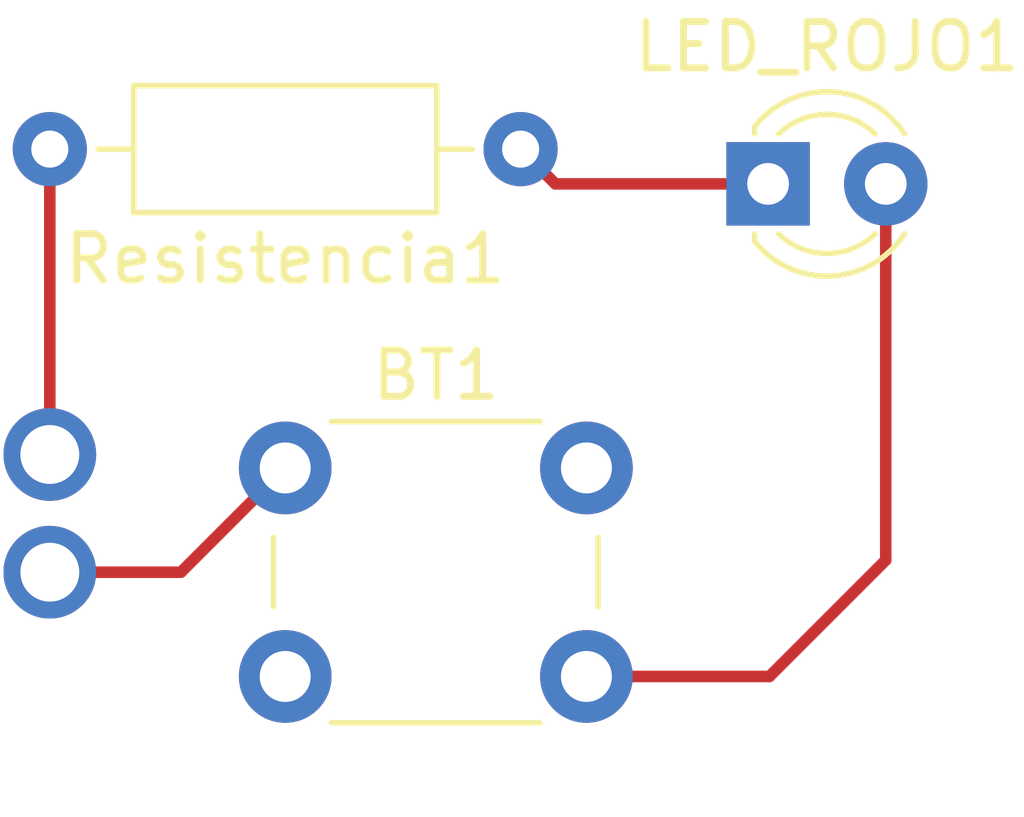
<source format=kicad_pcb>
(kicad_pcb (version 20211014) (generator pcbnew)
  (layers (0 "F.Cu" signal) (31 "B.Cu" signal) (34 "B.Paste" user) (35 "F.Paste" user) (36 "B.SilkS" user "B.Silkscreen") (37 "F.SilkS" user "F.Silkscreen") (38 "B.Mask" user) (39 "F.Mask" user) (44 "Edge.Cuts" user))
  (net 0 "")
  (net 1 "+5V")
  (net 2 "Net-(BT1-Pad2)")
  (net 3 "Net-(Resistencia1-Pad1)")
  (net 4 "GND")
  (footprint "Resistor_THT:R_Axial_DIN0207_L6.3mm_D2.5mm_P10.16mm_Horizontal" (layer "F.Cu") (at 147.32 89.93 180)
    (fp_text reference "Resistencia1" (at 5.08 -2.37) (layer "F.SilkS"))
    (fp_text value "220")
    (fp_line (start 1.81 1.37) (end 8.35 1.37) (layer "F.SilkS") (width 0.12))
    (fp_line (start 8.35 1.37) (end 8.35 -1.37) (layer "F.SilkS") (width 0.12))
    (fp_line (start 1.81 -1.37) (end 1.81 1.37) (layer "F.SilkS") (width 0.12))
    (fp_line (start 1.04 0) (end 1.81 0) (layer "F.SilkS") (width 0.12))
    (fp_line (start 9.12 0) (end 8.35 0) (layer "F.SilkS") (width 0.12))
    (fp_line (start 8.35 -1.37) (end 1.81 -1.37) (layer "F.SilkS") (width 0.12))
    (pad "1" thru_hole circle (at 0 0 180) (size 1.6 1.6) (drill 0.8) (layers *.Cu *.Mask) (net 3 "Net-(Resistencia1-Pad1)"))
    (pad "2" thru_hole oval (at 10.16 0 180) (size 1.6 1.6) (drill 0.8) (layers *.Cu *.Mask) (net 4 "GND"))
  )
  (footprint "LED_THT:LED_D3.0mm_FlatTop" (layer "F.Cu") (at 152.66 90.68)
    (fp_text reference "LED_ROJO1" (at 1.27 -2.96) (layer "F.SilkS"))
    (fp_text value "3v")
    (fp_line (start -0.29 1.08) (end -0.29 1.236) (layer "F.SilkS") (width 0.12))
    (fp_line (start -0.29 -1.236) (end -0.29 -1.08) (layer "F.SilkS") (width 0.12))
    (fp_arc (start 2.942335 1.078608) (mid 1.366487 1.987659) (end -0.29 1.235516) (layer "F.SilkS") (width 0.12))
    (fp_arc (start -0.29 -1.235516) (mid 1.366487 -1.987659) (end 2.942335 -1.078608) (layer "F.SilkS") (width 0.12))
    (fp_arc (start 2.31113 1.079837) (mid 1.270117 1.5) (end 0.229039 1.08) (layer "F.SilkS") (width 0.12))
    (fp_arc (start 0.229039 -1.08) (mid 1.270117 -1.5) (end 2.31113 -1.079837) (layer "F.SilkS") (width 0.12))
    (pad "1" thru_hole rect (at 0 0) (size 1.8 1.8) (drill 0.9) (layers *.Cu *.Mask) (net 3 "Net-(Resistencia1-Pad1)"))
    (pad "2" thru_hole circle (at 2.54 0) (size 1.8 1.8) (drill 0.9) (layers *.Cu *.Mask) (net 2 "Net-(BT1-Pad2)"))
  )
  (footprint "Button_Switch_THT:SW_PUSH_6mm" (layer "F.Cu") (at 142.24 96.81)
    (fp_text reference "BT1" (at 3.25 -2) (layer "F.SilkS"))
    (fp_text value "ON/OFF")
    (fp_line (start 1 5.5) (end 5.5 5.5) (layer "F.SilkS") (width 0.12))
    (fp_line (start 6.75 3) (end 6.75 1.5) (layer "F.SilkS") (width 0.12))
    (fp_line (start -0.25 1.5) (end -0.25 3) (layer "F.SilkS") (width 0.12))
    (fp_line (start 5.5 -1) (end 1 -1) (layer "F.SilkS") (width 0.12))
    (pad "1" thru_hole circle (at 0 0 90) (size 2 2) (drill 1.1) (layers *.Cu *.Mask) (net 1 "+5V"))
    (pad "1" thru_hole circle (at 6.5 0 90) (size 2 2) (drill 1.1) (layers *.Cu *.Mask) (net 1 "+5V"))
    (pad "2" thru_hole circle (at 6.5 4.5 90) (size 2 2) (drill 1.1) (layers *.Cu *.Mask) (net 2 "Net-(BT1-Pad2)"))
    (pad "2" thru_hole circle (at 0 4.5 90) (size 2 2) (drill 1.1) (layers *.Cu *.Mask) (net 2 "Net-(BT1-Pad2)"))
  )
  (segment (start 139.99 99.06) (end 142.24 96.81) (width 0.25) (layer "F.Cu") (net 1))
  (segment (start 137.16 99.06) (end 139.99 99.06) (width 0.25) (layer "F.Cu") (net 1))
  (via (at 137.16 99.06) (size 2) (drill 1.27) (layers "F.Cu" "B.Cu") (net 1))
  (segment (start 148.74 101.31) (end 152.69 101.31) (width 0.25) (layer "F.Cu") (net 2))
  (segment (start 152.69 101.31) (end 155.2 98.8) (width 0.25) (layer "F.Cu") (net 2))
  (segment (start 155.2 98.8) (end 155.2 90.68) (width 0.25) (layer "F.Cu") (net 2))
  (segment (start 148.07 90.68) (end 147.32 89.93) (width 0.25) (layer "F.Cu") (net 3))
  (segment (start 152.66 90.68) (end 148.07 90.68) (width 0.25) (layer "F.Cu") (net 3))
  (segment (start 137.16 89.93) (end 137.16 96.52) (width 0.25) (layer "F.Cu") (net 4))
  (via (at 137.16 96.52) (size 2) (drill 1.27) (layers "F.Cu" "B.Cu") (net 4))
)
</source>
